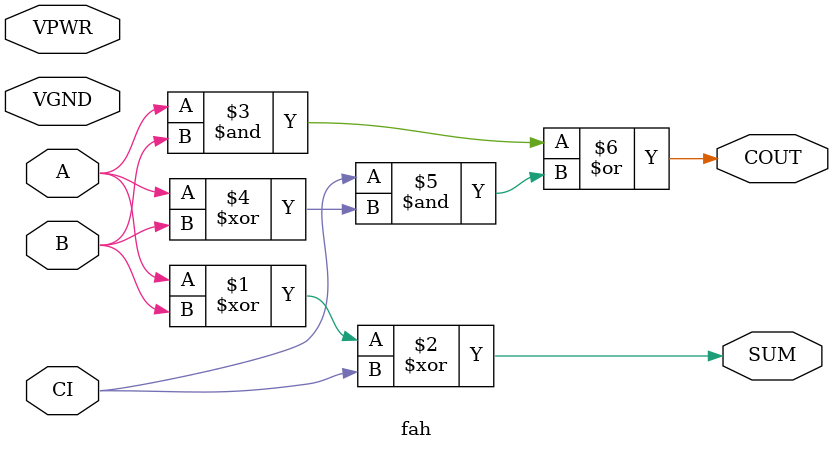
<source format=v>

module binary_adder (
    output COUT,
    output SUM,
    input A,
    input B,
    input CI,
    input VPWR,
    input VGND
);

assign SUM = A ^ B ^ CI;
assign COUT = (A & B) | (CI & (A ^ B));

endmodule
module fah (
    output COUT,
    output SUM,
    input A,
    input B,
    input CI,
    input VPWR,
    input VGND
);

assign SUM = A ^ B ^ CI;
assign COUT = (A & B) | (CI & (A ^ B));

endmodule
</source>
